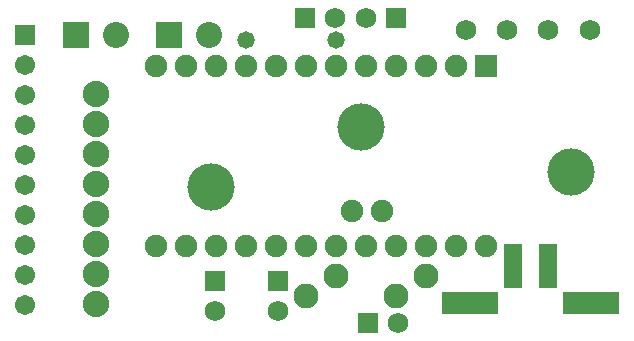
<source format=gbr>
G04 DipTrace 3.0.0.2*
G04 TopMask.gbr*
%MOIN*%
G04 #@! TF.FileFunction,Soldermask,Top*
G04 #@! TF.Part,Single*
%ADD36C,0.15748*%
%ADD46C,0.074929*%
%ADD48C,0.074929*%
%ADD50R,0.074929X0.074929*%
%ADD52C,0.08674*%
%ADD54R,0.08674X0.08674*%
%ADD56R,0.067055X0.067055*%
%ADD58C,0.067055*%
%ADD60C,0.058*%
%ADD62C,0.058*%
%ADD64C,0.083*%
%ADD66C,0.083*%
%ADD70C,0.068*%
%ADD72R,0.068X0.068*%
%ADD74C,0.088*%
%ADD76R,0.06115X0.15052*%
%ADD78R,0.185559X0.07611*%
%FSLAX26Y26*%
G04*
G70*
G90*
G75*
G01*
G04 TopMask*
%LPD*%
D36*
X1581500Y1106500D3*
X2281500Y956500D3*
X1081500Y906500D3*
D78*
X1944001Y518999D3*
D76*
X2087308Y644983D3*
D78*
X2348529Y518999D3*
D76*
X2205419Y644983D3*
D74*
X698379Y517226D3*
Y617226D3*
Y717226D3*
Y817226D3*
Y917226D3*
Y1017226D3*
Y1117226D3*
Y1217226D3*
D72*
X1700251Y1468999D3*
D70*
X1600251D3*
D72*
X1394000Y1469001D3*
D70*
X1494000D3*
D72*
X1306500Y594000D3*
D70*
Y494000D3*
D72*
X1094000Y594000D3*
D70*
Y494000D3*
D72*
X1604627Y454701D3*
D70*
X1704627D3*
D66*
X1398375Y542201D3*
D64*
X1698375D3*
D62*
X1198378Y1398453D3*
D60*
X1498378D3*
D66*
X1498375Y610950D3*
D64*
X1798375D3*
D58*
X462749Y512751D3*
Y612751D3*
Y712751D3*
Y812751D3*
Y912751D3*
Y1012751D3*
Y1112751D3*
Y1212751D3*
Y1312751D3*
D56*
Y1412751D3*
D54*
X941156D3*
D52*
X1075251D3*
D54*
X631499D3*
D52*
X765593D3*
D70*
X2344000Y1431500D3*
X2206500D3*
X2069000D3*
X1931500D3*
D50*
X1998181Y1310953D3*
D48*
X1898181D3*
X1798181D3*
X1698181D3*
X1598181D3*
X1498181D3*
X1398181D3*
X1298181D3*
X1198181D3*
X1098181D3*
X998181D3*
X898181D3*
D46*
X1998181Y710953D3*
D48*
X1898181D3*
X1798181D3*
X1698181D3*
X1598181D3*
X1498181D3*
X1398181D3*
X1298181D3*
X1198181D3*
X1098181D3*
X998181D3*
X898181D3*
X1653181Y825953D3*
X1553181D3*
M02*

</source>
